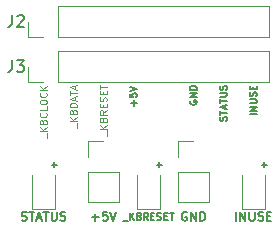
<source format=gbr>
%TF.GenerationSoftware,KiCad,Pcbnew,(5.1.9)-1*%
%TF.CreationDate,2021-05-15T15:00:21+01:00*%
%TF.ProjectId,Amiga A500 Keyboard Connector Breakout,416d6967-6120-4413-9530-30204b657962,rev?*%
%TF.SameCoordinates,Original*%
%TF.FileFunction,Legend,Top*%
%TF.FilePolarity,Positive*%
%FSLAX46Y46*%
G04 Gerber Fmt 4.6, Leading zero omitted, Abs format (unit mm)*
G04 Created by KiCad (PCBNEW (5.1.9)-1) date 2021-05-15 15:00:21*
%MOMM*%
%LPD*%
G01*
G04 APERTURE LIST*
%ADD10C,0.150000*%
%ADD11C,0.125000*%
%ADD12C,0.120000*%
G04 APERTURE END LIST*
D10*
X149289500Y-97197857D02*
X149746642Y-97197857D01*
X149518071Y-97426428D02*
X149518071Y-96969285D01*
X146404285Y-101928571D02*
X146861428Y-101928571D01*
X147004285Y-101871428D02*
X147004285Y-101271428D01*
X147347142Y-101871428D02*
X147090000Y-101528571D01*
X147347142Y-101271428D02*
X147004285Y-101614285D01*
X147804285Y-101557142D02*
X147890000Y-101585714D01*
X147918571Y-101614285D01*
X147947142Y-101671428D01*
X147947142Y-101757142D01*
X147918571Y-101814285D01*
X147890000Y-101842857D01*
X147832857Y-101871428D01*
X147604285Y-101871428D01*
X147604285Y-101271428D01*
X147804285Y-101271428D01*
X147861428Y-101300000D01*
X147890000Y-101328571D01*
X147918571Y-101385714D01*
X147918571Y-101442857D01*
X147890000Y-101500000D01*
X147861428Y-101528571D01*
X147804285Y-101557142D01*
X147604285Y-101557142D01*
X148547142Y-101871428D02*
X148347142Y-101585714D01*
X148204285Y-101871428D02*
X148204285Y-101271428D01*
X148432857Y-101271428D01*
X148490000Y-101300000D01*
X148518571Y-101328571D01*
X148547142Y-101385714D01*
X148547142Y-101471428D01*
X148518571Y-101528571D01*
X148490000Y-101557142D01*
X148432857Y-101585714D01*
X148204285Y-101585714D01*
X148804285Y-101557142D02*
X149004285Y-101557142D01*
X149090000Y-101871428D02*
X148804285Y-101871428D01*
X148804285Y-101271428D01*
X149090000Y-101271428D01*
X149318571Y-101842857D02*
X149404285Y-101871428D01*
X149547142Y-101871428D01*
X149604285Y-101842857D01*
X149632857Y-101814285D01*
X149661428Y-101757142D01*
X149661428Y-101700000D01*
X149632857Y-101642857D01*
X149604285Y-101614285D01*
X149547142Y-101585714D01*
X149432857Y-101557142D01*
X149375714Y-101528571D01*
X149347142Y-101500000D01*
X149318571Y-101442857D01*
X149318571Y-101385714D01*
X149347142Y-101328571D01*
X149375714Y-101300000D01*
X149432857Y-101271428D01*
X149575714Y-101271428D01*
X149661428Y-101300000D01*
X149918571Y-101557142D02*
X150118571Y-101557142D01*
X150204285Y-101871428D02*
X149918571Y-101871428D01*
X149918571Y-101271428D01*
X150204285Y-101271428D01*
X150375714Y-101271428D02*
X150718571Y-101271428D01*
X150547142Y-101871428D02*
X150547142Y-101271428D01*
X151828571Y-101225000D02*
X151757142Y-101189285D01*
X151650000Y-101189285D01*
X151542857Y-101225000D01*
X151471428Y-101296428D01*
X151435714Y-101367857D01*
X151400000Y-101510714D01*
X151400000Y-101617857D01*
X151435714Y-101760714D01*
X151471428Y-101832142D01*
X151542857Y-101903571D01*
X151650000Y-101939285D01*
X151721428Y-101939285D01*
X151828571Y-101903571D01*
X151864285Y-101867857D01*
X151864285Y-101617857D01*
X151721428Y-101617857D01*
X152185714Y-101939285D02*
X152185714Y-101189285D01*
X152614285Y-101939285D01*
X152614285Y-101189285D01*
X152971428Y-101939285D02*
X152971428Y-101189285D01*
X153150000Y-101189285D01*
X153257142Y-101225000D01*
X153328571Y-101296428D01*
X153364285Y-101367857D01*
X153400000Y-101510714D01*
X153400000Y-101617857D01*
X153364285Y-101760714D01*
X153328571Y-101832142D01*
X153257142Y-101903571D01*
X153150000Y-101939285D01*
X152971428Y-101939285D01*
X143815714Y-101653571D02*
X144387142Y-101653571D01*
X144101428Y-101939285D02*
X144101428Y-101367857D01*
X145101428Y-101189285D02*
X144744285Y-101189285D01*
X144708571Y-101546428D01*
X144744285Y-101510714D01*
X144815714Y-101475000D01*
X144994285Y-101475000D01*
X145065714Y-101510714D01*
X145101428Y-101546428D01*
X145137142Y-101617857D01*
X145137142Y-101796428D01*
X145101428Y-101867857D01*
X145065714Y-101903571D01*
X144994285Y-101939285D01*
X144815714Y-101939285D01*
X144744285Y-101903571D01*
X144708571Y-101867857D01*
X145351428Y-101189285D02*
X145601428Y-101939285D01*
X145851428Y-101189285D01*
X158179500Y-97197857D02*
X158636642Y-97197857D01*
X158408071Y-97426428D02*
X158408071Y-96969285D01*
X140399500Y-97197857D02*
X140856642Y-97197857D01*
X140628071Y-97426428D02*
X140628071Y-96969285D01*
X157751428Y-92908785D02*
X157151428Y-92908785D01*
X157751428Y-92623071D02*
X157151428Y-92623071D01*
X157751428Y-92280214D01*
X157151428Y-92280214D01*
X157151428Y-91994500D02*
X157637142Y-91994500D01*
X157694285Y-91965928D01*
X157722857Y-91937357D01*
X157751428Y-91880214D01*
X157751428Y-91765928D01*
X157722857Y-91708785D01*
X157694285Y-91680214D01*
X157637142Y-91651642D01*
X157151428Y-91651642D01*
X157722857Y-91394500D02*
X157751428Y-91308785D01*
X157751428Y-91165928D01*
X157722857Y-91108785D01*
X157694285Y-91080214D01*
X157637142Y-91051642D01*
X157580000Y-91051642D01*
X157522857Y-91080214D01*
X157494285Y-91108785D01*
X157465714Y-91165928D01*
X157437142Y-91280214D01*
X157408571Y-91337357D01*
X157380000Y-91365928D01*
X157322857Y-91394500D01*
X157265714Y-91394500D01*
X157208571Y-91365928D01*
X157180000Y-91337357D01*
X157151428Y-91280214D01*
X157151428Y-91137357D01*
X157180000Y-91051642D01*
X157437142Y-90794500D02*
X157437142Y-90594500D01*
X157751428Y-90508785D02*
X157751428Y-90794500D01*
X157151428Y-90794500D01*
X157151428Y-90508785D01*
X155182857Y-93480214D02*
X155211428Y-93394500D01*
X155211428Y-93251642D01*
X155182857Y-93194500D01*
X155154285Y-93165928D01*
X155097142Y-93137357D01*
X155040000Y-93137357D01*
X154982857Y-93165928D01*
X154954285Y-93194500D01*
X154925714Y-93251642D01*
X154897142Y-93365928D01*
X154868571Y-93423071D01*
X154840000Y-93451642D01*
X154782857Y-93480214D01*
X154725714Y-93480214D01*
X154668571Y-93451642D01*
X154640000Y-93423071D01*
X154611428Y-93365928D01*
X154611428Y-93223071D01*
X154640000Y-93137357D01*
X154611428Y-92965928D02*
X154611428Y-92623071D01*
X155211428Y-92794500D02*
X154611428Y-92794500D01*
X155040000Y-92451642D02*
X155040000Y-92165928D01*
X155211428Y-92508785D02*
X154611428Y-92308785D01*
X155211428Y-92108785D01*
X154611428Y-91994500D02*
X154611428Y-91651642D01*
X155211428Y-91823071D02*
X154611428Y-91823071D01*
X154611428Y-91451642D02*
X155097142Y-91451642D01*
X155154285Y-91423071D01*
X155182857Y-91394500D01*
X155211428Y-91337357D01*
X155211428Y-91223071D01*
X155182857Y-91165928D01*
X155154285Y-91137357D01*
X155097142Y-91108785D01*
X154611428Y-91108785D01*
X155182857Y-90851642D02*
X155211428Y-90765928D01*
X155211428Y-90623071D01*
X155182857Y-90565928D01*
X155154285Y-90537357D01*
X155097142Y-90508785D01*
X155040000Y-90508785D01*
X154982857Y-90537357D01*
X154954285Y-90565928D01*
X154925714Y-90623071D01*
X154897142Y-90737357D01*
X154868571Y-90794500D01*
X154840000Y-90823071D01*
X154782857Y-90851642D01*
X154725714Y-90851642D01*
X154668571Y-90823071D01*
X154640000Y-90794500D01*
X154611428Y-90737357D01*
X154611428Y-90594500D01*
X154640000Y-90508785D01*
X152100000Y-91765928D02*
X152071428Y-91823071D01*
X152071428Y-91908785D01*
X152100000Y-91994500D01*
X152157142Y-92051642D01*
X152214285Y-92080214D01*
X152328571Y-92108785D01*
X152414285Y-92108785D01*
X152528571Y-92080214D01*
X152585714Y-92051642D01*
X152642857Y-91994500D01*
X152671428Y-91908785D01*
X152671428Y-91851642D01*
X152642857Y-91765928D01*
X152614285Y-91737357D01*
X152414285Y-91737357D01*
X152414285Y-91851642D01*
X152671428Y-91480214D02*
X152071428Y-91480214D01*
X152671428Y-91137357D01*
X152071428Y-91137357D01*
X152671428Y-90851642D02*
X152071428Y-90851642D01*
X152071428Y-90708785D01*
X152100000Y-90623071D01*
X152157142Y-90565928D01*
X152214285Y-90537357D01*
X152328571Y-90508785D01*
X152414285Y-90508785D01*
X152528571Y-90537357D01*
X152585714Y-90565928D01*
X152642857Y-90623071D01*
X152671428Y-90708785D01*
X152671428Y-90851642D01*
X147362857Y-92207214D02*
X147362857Y-91750071D01*
X147591428Y-91978642D02*
X147134285Y-91978642D01*
X146991428Y-91178642D02*
X146991428Y-91464357D01*
X147277142Y-91492928D01*
X147248571Y-91464357D01*
X147220000Y-91407214D01*
X147220000Y-91264357D01*
X147248571Y-91207214D01*
X147277142Y-91178642D01*
X147334285Y-91150071D01*
X147477142Y-91150071D01*
X147534285Y-91178642D01*
X147562857Y-91207214D01*
X147591428Y-91264357D01*
X147591428Y-91407214D01*
X147562857Y-91464357D01*
X147534285Y-91492928D01*
X146991428Y-90978642D02*
X147591428Y-90778642D01*
X146991428Y-90578642D01*
D11*
X145108571Y-94749678D02*
X145108571Y-94292535D01*
X145051428Y-94149678D02*
X144451428Y-94149678D01*
X145051428Y-93806821D02*
X144708571Y-94063964D01*
X144451428Y-93806821D02*
X144794285Y-94149678D01*
X144737142Y-93349678D02*
X144765714Y-93263964D01*
X144794285Y-93235392D01*
X144851428Y-93206821D01*
X144937142Y-93206821D01*
X144994285Y-93235392D01*
X145022857Y-93263964D01*
X145051428Y-93321107D01*
X145051428Y-93549678D01*
X144451428Y-93549678D01*
X144451428Y-93349678D01*
X144480000Y-93292535D01*
X144508571Y-93263964D01*
X144565714Y-93235392D01*
X144622857Y-93235392D01*
X144680000Y-93263964D01*
X144708571Y-93292535D01*
X144737142Y-93349678D01*
X144737142Y-93549678D01*
X145051428Y-92606821D02*
X144765714Y-92806821D01*
X145051428Y-92949678D02*
X144451428Y-92949678D01*
X144451428Y-92721107D01*
X144480000Y-92663964D01*
X144508571Y-92635392D01*
X144565714Y-92606821D01*
X144651428Y-92606821D01*
X144708571Y-92635392D01*
X144737142Y-92663964D01*
X144765714Y-92721107D01*
X144765714Y-92949678D01*
X144737142Y-92349678D02*
X144737142Y-92149678D01*
X145051428Y-92063964D02*
X145051428Y-92349678D01*
X144451428Y-92349678D01*
X144451428Y-92063964D01*
X145022857Y-91835392D02*
X145051428Y-91749678D01*
X145051428Y-91606821D01*
X145022857Y-91549678D01*
X144994285Y-91521107D01*
X144937142Y-91492535D01*
X144880000Y-91492535D01*
X144822857Y-91521107D01*
X144794285Y-91549678D01*
X144765714Y-91606821D01*
X144737142Y-91721107D01*
X144708571Y-91778250D01*
X144680000Y-91806821D01*
X144622857Y-91835392D01*
X144565714Y-91835392D01*
X144508571Y-91806821D01*
X144480000Y-91778250D01*
X144451428Y-91721107D01*
X144451428Y-91578250D01*
X144480000Y-91492535D01*
X144737142Y-91235392D02*
X144737142Y-91035392D01*
X145051428Y-90949678D02*
X145051428Y-91235392D01*
X144451428Y-91235392D01*
X144451428Y-90949678D01*
X144451428Y-90778250D02*
X144451428Y-90435392D01*
X145051428Y-90606821D02*
X144451428Y-90606821D01*
X142568571Y-94121107D02*
X142568571Y-93663964D01*
X142511428Y-93521107D02*
X141911428Y-93521107D01*
X142511428Y-93178250D02*
X142168571Y-93435392D01*
X141911428Y-93178250D02*
X142254285Y-93521107D01*
X142197142Y-92721107D02*
X142225714Y-92635392D01*
X142254285Y-92606821D01*
X142311428Y-92578250D01*
X142397142Y-92578250D01*
X142454285Y-92606821D01*
X142482857Y-92635392D01*
X142511428Y-92692535D01*
X142511428Y-92921107D01*
X141911428Y-92921107D01*
X141911428Y-92721107D01*
X141940000Y-92663964D01*
X141968571Y-92635392D01*
X142025714Y-92606821D01*
X142082857Y-92606821D01*
X142140000Y-92635392D01*
X142168571Y-92663964D01*
X142197142Y-92721107D01*
X142197142Y-92921107D01*
X142511428Y-92321107D02*
X141911428Y-92321107D01*
X141911428Y-92178250D01*
X141940000Y-92092535D01*
X141997142Y-92035392D01*
X142054285Y-92006821D01*
X142168571Y-91978250D01*
X142254285Y-91978250D01*
X142368571Y-92006821D01*
X142425714Y-92035392D01*
X142482857Y-92092535D01*
X142511428Y-92178250D01*
X142511428Y-92321107D01*
X142340000Y-91749678D02*
X142340000Y-91463964D01*
X142511428Y-91806821D02*
X141911428Y-91606821D01*
X142511428Y-91406821D01*
X141911428Y-91292535D02*
X141911428Y-90949678D01*
X142511428Y-91121107D02*
X141911428Y-91121107D01*
X142340000Y-90778250D02*
X142340000Y-90492535D01*
X142511428Y-90835392D02*
X141911428Y-90635392D01*
X142511428Y-90435392D01*
X140028571Y-94949678D02*
X140028571Y-94492535D01*
X139971428Y-94349678D02*
X139371428Y-94349678D01*
X139971428Y-94006821D02*
X139628571Y-94263964D01*
X139371428Y-94006821D02*
X139714285Y-94349678D01*
X139657142Y-93549678D02*
X139685714Y-93463964D01*
X139714285Y-93435392D01*
X139771428Y-93406821D01*
X139857142Y-93406821D01*
X139914285Y-93435392D01*
X139942857Y-93463964D01*
X139971428Y-93521107D01*
X139971428Y-93749678D01*
X139371428Y-93749678D01*
X139371428Y-93549678D01*
X139400000Y-93492535D01*
X139428571Y-93463964D01*
X139485714Y-93435392D01*
X139542857Y-93435392D01*
X139600000Y-93463964D01*
X139628571Y-93492535D01*
X139657142Y-93549678D01*
X139657142Y-93749678D01*
X139914285Y-92806821D02*
X139942857Y-92835392D01*
X139971428Y-92921107D01*
X139971428Y-92978250D01*
X139942857Y-93063964D01*
X139885714Y-93121107D01*
X139828571Y-93149678D01*
X139714285Y-93178250D01*
X139628571Y-93178250D01*
X139514285Y-93149678D01*
X139457142Y-93121107D01*
X139400000Y-93063964D01*
X139371428Y-92978250D01*
X139371428Y-92921107D01*
X139400000Y-92835392D01*
X139428571Y-92806821D01*
X139971428Y-92263964D02*
X139971428Y-92549678D01*
X139371428Y-92549678D01*
X139371428Y-91949678D02*
X139371428Y-91835392D01*
X139400000Y-91778250D01*
X139457142Y-91721107D01*
X139571428Y-91692535D01*
X139771428Y-91692535D01*
X139885714Y-91721107D01*
X139942857Y-91778250D01*
X139971428Y-91835392D01*
X139971428Y-91949678D01*
X139942857Y-92006821D01*
X139885714Y-92063964D01*
X139771428Y-92092535D01*
X139571428Y-92092535D01*
X139457142Y-92063964D01*
X139400000Y-92006821D01*
X139371428Y-91949678D01*
X139914285Y-91092535D02*
X139942857Y-91121107D01*
X139971428Y-91206821D01*
X139971428Y-91263964D01*
X139942857Y-91349678D01*
X139885714Y-91406821D01*
X139828571Y-91435392D01*
X139714285Y-91463964D01*
X139628571Y-91463964D01*
X139514285Y-91435392D01*
X139457142Y-91406821D01*
X139400000Y-91349678D01*
X139371428Y-91263964D01*
X139371428Y-91206821D01*
X139400000Y-91121107D01*
X139428571Y-91092535D01*
X139971428Y-90835392D02*
X139371428Y-90835392D01*
X139971428Y-90492535D02*
X139628571Y-90749678D01*
X139371428Y-90492535D02*
X139714285Y-90835392D01*
D10*
X155997857Y-101939285D02*
X155997857Y-101189285D01*
X156355000Y-101939285D02*
X156355000Y-101189285D01*
X156783571Y-101939285D01*
X156783571Y-101189285D01*
X157140714Y-101189285D02*
X157140714Y-101796428D01*
X157176428Y-101867857D01*
X157212142Y-101903571D01*
X157283571Y-101939285D01*
X157426428Y-101939285D01*
X157497857Y-101903571D01*
X157533571Y-101867857D01*
X157569285Y-101796428D01*
X157569285Y-101189285D01*
X157890714Y-101903571D02*
X157997857Y-101939285D01*
X158176428Y-101939285D01*
X158247857Y-101903571D01*
X158283571Y-101867857D01*
X158319285Y-101796428D01*
X158319285Y-101725000D01*
X158283571Y-101653571D01*
X158247857Y-101617857D01*
X158176428Y-101582142D01*
X158033571Y-101546428D01*
X157962142Y-101510714D01*
X157926428Y-101475000D01*
X157890714Y-101403571D01*
X157890714Y-101332142D01*
X157926428Y-101260714D01*
X157962142Y-101225000D01*
X158033571Y-101189285D01*
X158212142Y-101189285D01*
X158319285Y-101225000D01*
X158640714Y-101546428D02*
X158890714Y-101546428D01*
X158997857Y-101939285D02*
X158640714Y-101939285D01*
X158640714Y-101189285D01*
X158997857Y-101189285D01*
X137842857Y-101903571D02*
X137950000Y-101939285D01*
X138128571Y-101939285D01*
X138200000Y-101903571D01*
X138235714Y-101867857D01*
X138271428Y-101796428D01*
X138271428Y-101725000D01*
X138235714Y-101653571D01*
X138200000Y-101617857D01*
X138128571Y-101582142D01*
X137985714Y-101546428D01*
X137914285Y-101510714D01*
X137878571Y-101475000D01*
X137842857Y-101403571D01*
X137842857Y-101332142D01*
X137878571Y-101260714D01*
X137914285Y-101225000D01*
X137985714Y-101189285D01*
X138164285Y-101189285D01*
X138271428Y-101225000D01*
X138485714Y-101189285D02*
X138914285Y-101189285D01*
X138700000Y-101939285D02*
X138700000Y-101189285D01*
X139128571Y-101725000D02*
X139485714Y-101725000D01*
X139057142Y-101939285D02*
X139307142Y-101189285D01*
X139557142Y-101939285D01*
X139700000Y-101189285D02*
X140128571Y-101189285D01*
X139914285Y-101939285D02*
X139914285Y-101189285D01*
X140378571Y-101189285D02*
X140378571Y-101796428D01*
X140414285Y-101867857D01*
X140450000Y-101903571D01*
X140521428Y-101939285D01*
X140664285Y-101939285D01*
X140735714Y-101903571D01*
X140771428Y-101867857D01*
X140807142Y-101796428D01*
X140807142Y-101189285D01*
X141128571Y-101903571D02*
X141235714Y-101939285D01*
X141414285Y-101939285D01*
X141485714Y-101903571D01*
X141521428Y-101867857D01*
X141557142Y-101796428D01*
X141557142Y-101725000D01*
X141521428Y-101653571D01*
X141485714Y-101617857D01*
X141414285Y-101582142D01*
X141271428Y-101546428D01*
X141200000Y-101510714D01*
X141164285Y-101475000D01*
X141128571Y-101403571D01*
X141128571Y-101332142D01*
X141164285Y-101260714D01*
X141200000Y-101225000D01*
X141271428Y-101189285D01*
X141450000Y-101189285D01*
X141557142Y-101225000D01*
D12*
%TO.C,D3*%
X147630000Y-98060000D02*
X147630000Y-100920000D01*
X147630000Y-100920000D02*
X149550000Y-100920000D01*
X149550000Y-100920000D02*
X149550000Y-98060000D01*
%TO.C,P2*%
X151070000Y-100390000D02*
X153730000Y-100390000D01*
X151070000Y-97790000D02*
X151070000Y-100390000D01*
X153730000Y-97790000D02*
X153730000Y-100390000D01*
X151070000Y-97790000D02*
X153730000Y-97790000D01*
X151070000Y-96520000D02*
X151070000Y-95190000D01*
X151070000Y-95190000D02*
X152400000Y-95190000D01*
%TO.C,P1*%
X143450000Y-100390000D02*
X146110000Y-100390000D01*
X143450000Y-97790000D02*
X143450000Y-100390000D01*
X146110000Y-97790000D02*
X146110000Y-100390000D01*
X143450000Y-97790000D02*
X146110000Y-97790000D01*
X143450000Y-96520000D02*
X143450000Y-95190000D01*
X143450000Y-95190000D02*
X144780000Y-95190000D01*
%TO.C,D2*%
X156520000Y-98060000D02*
X156520000Y-100920000D01*
X156520000Y-100920000D02*
X158440000Y-100920000D01*
X158440000Y-100920000D02*
X158440000Y-98060000D01*
%TO.C,D1*%
X138740000Y-98060000D02*
X138740000Y-100920000D01*
X138740000Y-100920000D02*
X140660000Y-100920000D01*
X140660000Y-100920000D02*
X140660000Y-98060000D01*
%TO.C,J3*%
X158810000Y-90230000D02*
X158810000Y-87570000D01*
X140970000Y-90230000D02*
X158810000Y-90230000D01*
X140970000Y-87570000D02*
X158810000Y-87570000D01*
X140970000Y-90230000D02*
X140970000Y-87570000D01*
X139700000Y-90230000D02*
X138370000Y-90230000D01*
X138370000Y-90230000D02*
X138370000Y-88900000D01*
%TO.C,J2*%
X158810000Y-86420000D02*
X158810000Y-83760000D01*
X140970000Y-86420000D02*
X158810000Y-86420000D01*
X140970000Y-83760000D02*
X158810000Y-83760000D01*
X140970000Y-86420000D02*
X140970000Y-83760000D01*
X139700000Y-86420000D02*
X138370000Y-86420000D01*
X138370000Y-86420000D02*
X138370000Y-85090000D01*
%TO.C,J3*%
D10*
X137036666Y-88352380D02*
X137036666Y-89066666D01*
X136989047Y-89209523D01*
X136893809Y-89304761D01*
X136750952Y-89352380D01*
X136655714Y-89352380D01*
X137417619Y-88352380D02*
X138036666Y-88352380D01*
X137703333Y-88733333D01*
X137846190Y-88733333D01*
X137941428Y-88780952D01*
X137989047Y-88828571D01*
X138036666Y-88923809D01*
X138036666Y-89161904D01*
X137989047Y-89257142D01*
X137941428Y-89304761D01*
X137846190Y-89352380D01*
X137560476Y-89352380D01*
X137465238Y-89304761D01*
X137417619Y-89257142D01*
%TO.C,J2*%
X137036666Y-84542380D02*
X137036666Y-85256666D01*
X136989047Y-85399523D01*
X136893809Y-85494761D01*
X136750952Y-85542380D01*
X136655714Y-85542380D01*
X137465238Y-84637619D02*
X137512857Y-84590000D01*
X137608095Y-84542380D01*
X137846190Y-84542380D01*
X137941428Y-84590000D01*
X137989047Y-84637619D01*
X138036666Y-84732857D01*
X138036666Y-84828095D01*
X137989047Y-84970952D01*
X137417619Y-85542380D01*
X138036666Y-85542380D01*
%TD*%
M02*

</source>
